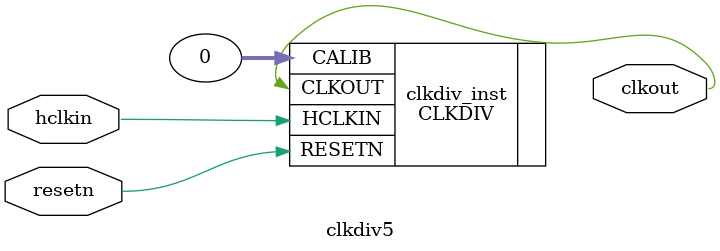
<source format=v>
`define APICULA

module HDMI_test(
	input clk,
	input btn,
	output [3:0]led,
	output [2:0] tmds_d_p, tmds_d_n,
	output tmds_clk_p, tmds_clk_n
);

wire pixclk;
wire clk_TMDS;
wire lock;

reg [23:0]cnt = 0;
always @ (posedge pixclk) begin
	cnt <= cnt + 1;
end
assign led = cnt[23:20];

`ifdef APICULA
wire clk_250;
// 250M and 25M
pll_25 pll_25_inst(
	.clkin(clk),
	.clkout(clk_250),
	.clkoutd(pixclk),
	.lock(lock)
);
// this is NOT good, but CLKDIV is not supported for now
reg clk_250_r = 0;
always @ (posedge clk_250) clk_250_r <= ~clk_250_r;
assign clk_TMDS = clk_250_r;
`else
pll_25 pll_25_inst(
	.clkin(clk),
	.clkout(clk_TMDS),
	.clkoutd(),
	.lock(lock)
);

clkdiv5 clkdiv5_inst(
	.hclkin(clk_TMDS),
	.clkout(pixclk),
	.resetn(lock)
);
`endif

////////////////////////////////////////////////////////////////////////
reg [9:0] CounterX=0, CounterY=0;
reg hSync, vSync, DrawArea;
always @(posedge pixclk) DrawArea <= (CounterX<640) && (CounterY<480);

always @(posedge pixclk) CounterX <= (CounterX==799) ? 0 : CounterX+1;
always @(posedge pixclk) if(CounterX==799) CounterY <= (CounterY==524) ? 0 : CounterY+1;

always @(posedge pixclk) hSync <= (CounterX>=656) && (CounterX<752);
always @(posedge pixclk) vSync <= (CounterY>=490) && (CounterY<492);

////////////////
wire [7:0] W = btn ? {8{CounterX[7:0]==CounterY[7:0]}} : 0;
wire [7:0] A = btn ? {8{CounterX[7:5]==3'h2 && CounterY[7:5]==3'h2}} : 0;
reg [7:0] red, green, blue;
always @(posedge pixclk) red <= ({CounterX[5:0] & {6{CounterY[4:3]==~CounterX[4:3]}}, 2'b00} | W) & ~A;
always @(posedge pixclk) green <= (CounterX[7:0] & {8{CounterY[6]}} | W) & ~A;
always @(posedge pixclk) blue <= CounterY[7:0] | W | A;

////////////////////////////////////////////////////////////////////////
wire [9:0] TMDS_red, TMDS_green, TMDS_blue;
TMDS_encoder encode_R(.clk(pixclk), .VD(red  ), .CD(2'b00)        , .VDE(DrawArea), .TMDS(TMDS_red));
TMDS_encoder encode_G(.clk(pixclk), .VD(green), .CD(2'b00)        , .VDE(DrawArea), .TMDS(TMDS_green));
TMDS_encoder encode_B(.clk(pixclk), .VD(blue ), .CD({vSync,hSync}), .VDE(DrawArea), .TMDS(TMDS_blue));

//reg [3:0] TMDS_mod10=0;  // modulus 10 counter
//reg [9:0] TMDS_shift_red=0, TMDS_shift_green=0, TMDS_shift_blue=0;
//reg TMDS_shift_load=0;
//always @(posedge clk_TMDS) TMDS_shift_load <= (TMDS_mod10==4'd9);

//always @(posedge clk_TMDS)
//begin
	//TMDS_shift_red   <= TMDS_shift_load ? TMDS_red   : TMDS_shift_red  [9:1];
	//TMDS_shift_green <= TMDS_shift_load ? TMDS_green : TMDS_shift_green[9:1];
	//TMDS_shift_blue  <= TMDS_shift_load ? TMDS_blue  : TMDS_shift_blue [9:1];	
	//TMDS_mod10 <= (TMDS_mod10==4'd9) ? 4'd0 : TMDS_mod10+4'd1;
//end

wire [2:0]tmds_d;

OSER10 tmds_serdes[2:0] (
	.Q(tmds_d),
	.D0({TMDS_red[0], TMDS_green[0], TMDS_blue[0]}),
	.D1({TMDS_red[1], TMDS_green[1], TMDS_blue[1]}),
	.D2({TMDS_red[2], TMDS_green[2], TMDS_blue[2]}),
	.D3({TMDS_red[3], TMDS_green[3], TMDS_blue[3]}),
	.D4({TMDS_red[4], TMDS_green[4], TMDS_blue[4]}),
	.D5({TMDS_red[5], TMDS_green[5], TMDS_blue[5]}),
	.D6({TMDS_red[6], TMDS_green[6], TMDS_blue[6]}),
	.D7({TMDS_red[7], TMDS_green[7], TMDS_blue[7]}),
	.D8({TMDS_red[8], TMDS_green[8], TMDS_blue[8]}),
	.D9({TMDS_red[9], TMDS_green[9], TMDS_blue[9]}),
	.PCLK(pixclk),
	.FCLK(clk_TMDS),
	.RESET(~lock)
);

ELVDS_OBUF tmds_bufds[3:0] (
	.I({pixclk, tmds_d}),
	.O({tmds_clk_p, tmds_d_p}),
	.OB({tmds_clk_n, tmds_d_n})
);
endmodule

////////////////////////////////////////////////////////////////////////
module TMDS_encoder(
	input clk,
	input [7:0] VD,  // video data (red, green or blue)
	input [1:0] CD,  // control data
	input VDE,  // video data enable, to choose between CD (when VDE=0) and VD (when VDE=1)
	output reg [9:0] TMDS = 0
);

wire [3:0] Nb1s = VD[0] + VD[1] + VD[2] + VD[3] + VD[4] + VD[5] + VD[6] + VD[7];
wire XNOR = (Nb1s>4'd4) || (Nb1s==4'd4 && VD[0]==1'b0);
wire [8:0] q_m = {~XNOR, q_m[6:0] ^ VD[7:1] ^ {7{XNOR}}, VD[0]};

reg [3:0] balance_acc = 0;
wire [3:0] balance = q_m[0] + q_m[1] + q_m[2] + q_m[3] + q_m[4] + q_m[5] + q_m[6] + q_m[7] - 4'd4;
wire balance_sign_eq = (balance[3] == balance_acc[3]);
wire invert_q_m = (balance==0 || balance_acc==0) ? ~q_m[8] : balance_sign_eq;
wire [3:0] balance_acc_inc = balance - ({q_m[8] ^ ~balance_sign_eq} & ~(balance==0 || balance_acc==0));
wire [3:0] balance_acc_new = invert_q_m ? balance_acc-balance_acc_inc : balance_acc+balance_acc_inc;
wire [9:0] TMDS_data = {invert_q_m, q_m[8], q_m[7:0] ^ {8{invert_q_m}}};
wire [9:0] TMDS_code = CD[1] ? (CD[0] ? 10'b1010101011 : 10'b0101010100) : (CD[0] ? 10'b0010101011 : 10'b1101010100);

always @(posedge clk) TMDS <= VDE ? TMDS_data : TMDS_code;
always @(posedge clk) balance_acc <= VDE ? balance_acc_new : 4'h0;
endmodule

// https://github.com/sipeed/TangNano-9K-example/tree/main/hdmi
// https://github.com/YosysHQ/apicula/blob/master/examples/pll/rpll.v
module pll_25 (
	output clkout,
	output clkoutd,
	input clkin,
	output lock
);

	rPLL pll (
		.CLKOUT(clkout),
		.CLKOUTD(clkoutd),
		.CLKIN(clkin),
		.CLKFB(0),
		.RESET_P(0),
		.RESET(0),
		.FBDSEL(0),
		.IDSEL(0),
		.ODSEL(0),
		.DUTYDA(0),
		.PSDA(0),
		.FDLY(0),
		.LOCK(lock)
	);
	// f_clkout = f_clkin * FBDIV / IDIV
	// f_clkoutd = f_clkout / SDIV
	// f_vco = f_clkout * ODIV
	defparam pll.DEVICE = "GW1NR-9";
	defparam pll.FCLKIN = "27";
`ifdef APICULA
	// 27 * 37 / 4 = 249.75, 249.75/10 = 24.975
	defparam pll.FBDIV_SEL = 36; // FBDIV = FBDIV_SEL + 1
	defparam pll.IDIV_SEL =  3; // IDIV = IDIV_SEL + 1
	defparam pll.ODIV_SEL =  4; // PLL at 1000 MHz
`else
	// 27 * 37 / 8 = 124.875
	defparam pll.FBDIV_SEL = 36; // FBDIV = FBDIV_SEL + 1
	defparam pll.IDIV_SEL =  7; // IDIV = IDIV_SEL + 1
	defparam pll.ODIV_SEL =  8; // PLL at 1000 MHz
`endif
	defparam pll.CLKFB_SEL="internal";
	defparam pll.CLKOUTD3_SRC="CLKOUT";
	defparam pll.CLKOUTD_BYPASS="false";
	defparam pll.CLKOUTD_SRC="CLKOUT";
	defparam pll.CLKOUTP_BYPASS="false";
	defparam pll.CLKOUTP_DLY_STEP=0;
	defparam pll.CLKOUTP_FT_DIR=1'b1;
	defparam pll.CLKOUT_BYPASS="false";
	defparam pll.CLKOUT_DLY_STEP=0;
	defparam pll.CLKOUT_FT_DIR=1'b1;
	defparam pll.DUTYDA_SEL="1000";
	defparam pll.DYN_DA_EN="false";
	defparam pll.DYN_FBDIV_SEL="false";
	defparam pll.DYN_IDIV_SEL="false";
	defparam pll.DYN_ODIV_SEL="false";
	defparam pll.DYN_SDIV_SEL=10;
	defparam pll.PSDA_SEL="0000";
endmodule

module clkdiv5 (
	output clkout,
	input hclkin,
	input resetn
);
	CLKDIV clkdiv_inst (
		.CLKOUT(clkout),
		.HCLKIN(hclkin),
		.RESETN(resetn),
		.CALIB(0)
	);

	defparam clkdiv_inst.DIV_MODE = "5";
	defparam clkdiv_inst.GSREN = "false";
endmodule

</source>
